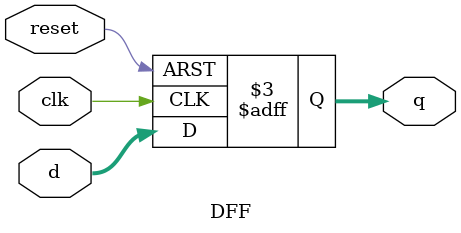
<source format=v>
module DFF(clk, reset, d, q);
  input clk, reset;
  input [2:0] d;
  output reg [2:0]q;
  
  always @(posedge clk or negedge reset) begin
    if(!reset)
      q<=3'b000;
    else
      q<=d;
  end
endmodule

</source>
